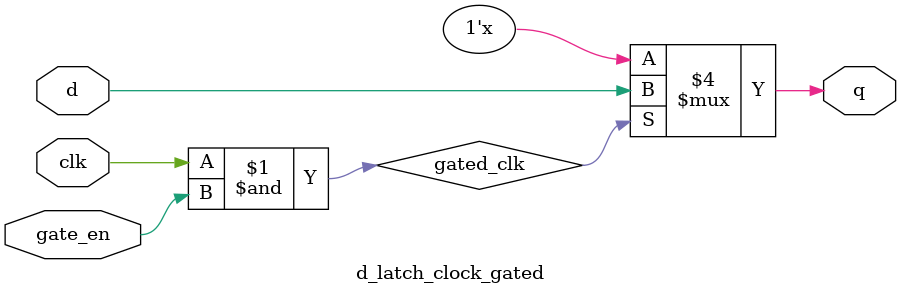
<source format=sv>
module d_latch_clock_gated (
    input wire d,
    input wire clk,
    input wire gate_en,
    output reg q
);
    wire gated_clk;
    assign gated_clk = clk & gate_en;
    
    always @(d, gated_clk) begin
        if (gated_clk)
            q = d;
    end
endmodule
</source>
